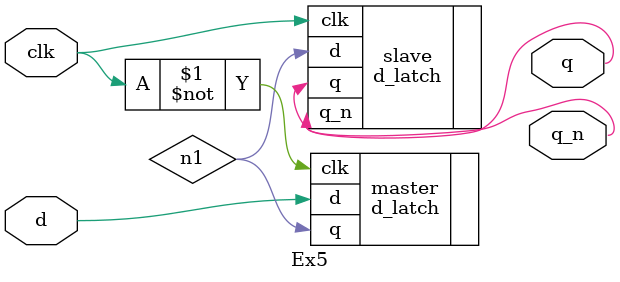
<source format=v>
module Ex5 (
input clk ,
input d,
output q,
output q_n
);
wire n1;

d_latch master (
. clk ( ~ clk ) ,
.d ( d ) ,
.q ( n1 )
);
d_latch slave (
. clk ( clk ) ,
.d ( n1 ) ,
.q ( q ) ,
.q_n ( q_n )
);
endmodule
</source>
